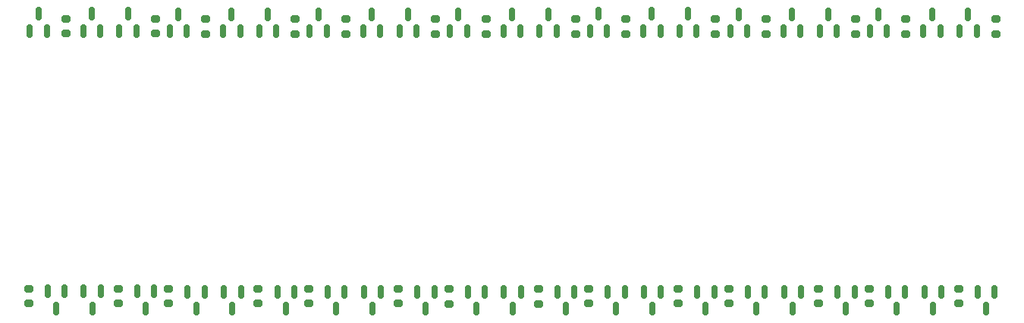
<source format=gbp>
G04 #@! TF.GenerationSoftware,KiCad,Pcbnew,8.0.6-8.0.6-0~ubuntu20.04.1*
G04 #@! TF.CreationDate,2024-11-10T22:02:34+01:00*
G04 #@! TF.ProjectId,home_auto,686f6d65-5f61-4757-946f-2e6b69636164,rev?*
G04 #@! TF.SameCoordinates,Original*
G04 #@! TF.FileFunction,Paste,Bot*
G04 #@! TF.FilePolarity,Positive*
%FSLAX46Y46*%
G04 Gerber Fmt 4.6, Leading zero omitted, Abs format (unit mm)*
G04 Created by KiCad (PCBNEW 8.0.6-8.0.6-0~ubuntu20.04.1) date 2024-11-10 22:02:34*
%MOMM*%
%LPD*%
G01*
G04 APERTURE LIST*
G04 Aperture macros list*
%AMRoundRect*
0 Rectangle with rounded corners*
0 $1 Rounding radius*
0 $2 $3 $4 $5 $6 $7 $8 $9 X,Y pos of 4 corners*
0 Add a 4 corners polygon primitive as box body*
4,1,4,$2,$3,$4,$5,$6,$7,$8,$9,$2,$3,0*
0 Add four circle primitives for the rounded corners*
1,1,$1+$1,$2,$3*
1,1,$1+$1,$4,$5*
1,1,$1+$1,$6,$7*
1,1,$1+$1,$8,$9*
0 Add four rect primitives between the rounded corners*
20,1,$1+$1,$2,$3,$4,$5,0*
20,1,$1+$1,$4,$5,$6,$7,0*
20,1,$1+$1,$6,$7,$8,$9,0*
20,1,$1+$1,$8,$9,$2,$3,0*%
G04 Aperture macros list end*
%ADD10RoundRect,0.150000X-0.150000X0.587500X-0.150000X-0.587500X0.150000X-0.587500X0.150000X0.587500X0*%
%ADD11RoundRect,0.200000X0.275000X-0.200000X0.275000X0.200000X-0.275000X0.200000X-0.275000X-0.200000X0*%
%ADD12RoundRect,0.150000X0.150000X-0.587500X0.150000X0.587500X-0.150000X0.587500X-0.150000X-0.587500X0*%
%ADD13RoundRect,0.200000X-0.275000X0.200000X-0.275000X-0.200000X0.275000X-0.200000X0.275000X0.200000X0*%
G04 APERTURE END LIST*
D10*
X208938750Y-113247500D03*
X209888750Y-111372500D03*
X207988750Y-111372500D03*
X228627500Y-113247500D03*
X229577500Y-111372500D03*
X227677500Y-111372500D03*
D11*
X153361250Y-111005000D03*
X153361250Y-112655000D03*
X190250000Y-111055000D03*
X190250000Y-112705000D03*
X237175000Y-111037500D03*
X237175000Y-112687500D03*
D10*
X150467500Y-113207500D03*
X151417500Y-111332500D03*
X149517500Y-111332500D03*
X166097500Y-113237500D03*
X167047500Y-111362500D03*
X165147500Y-111362500D03*
X218940000Y-113247500D03*
X219890000Y-111372500D03*
X217990000Y-111372500D03*
D11*
X168991250Y-111035000D03*
X168991250Y-112685000D03*
D12*
X233558750Y-82230000D03*
X231658750Y-82230000D03*
X232608750Y-80355000D03*
D13*
X220040000Y-80905000D03*
X220040000Y-82555000D03*
D10*
X203320000Y-113257500D03*
X204270000Y-111382500D03*
X202370000Y-111382500D03*
D13*
X147511250Y-80897500D03*
X147511250Y-82547500D03*
D11*
X205870000Y-111045000D03*
X205870000Y-112695000D03*
D12*
X155393750Y-82220000D03*
X153493750Y-82220000D03*
X154443750Y-80345000D03*
D10*
X146428750Y-113207500D03*
X147378750Y-111332500D03*
X145478750Y-111332500D03*
D12*
X145392500Y-82220000D03*
X143492500Y-82220000D03*
X144442500Y-80345000D03*
X248223750Y-80385000D03*
X247273750Y-82260000D03*
X249173750Y-82260000D03*
X198250000Y-82230000D03*
X196350000Y-82230000D03*
X197300000Y-80355000D03*
D11*
X184621250Y-111035000D03*
X184621250Y-112685000D03*
D10*
X197357500Y-113257500D03*
X198307500Y-111382500D03*
X196407500Y-111382500D03*
D11*
X231521250Y-111045000D03*
X231521250Y-112695000D03*
D12*
X229520000Y-82230000D03*
X227620000Y-82230000D03*
X228570000Y-80355000D03*
X223557500Y-82230000D03*
X221657500Y-82230000D03*
X222607500Y-80355000D03*
D13*
X210038750Y-80905000D03*
X210038750Y-82555000D03*
X225676250Y-80907500D03*
X225676250Y-82557500D03*
X194406250Y-80907500D03*
X194406250Y-82557500D03*
D11*
X174620000Y-111035000D03*
X174620000Y-112685000D03*
X247176250Y-111037500D03*
X247176250Y-112687500D03*
D10*
X212977500Y-113247500D03*
X213927500Y-111372500D03*
X212027500Y-111372500D03*
D13*
X204407500Y-80907500D03*
X204407500Y-82557500D03*
D12*
X182605000Y-82230000D03*
X180705000Y-82230000D03*
X181655000Y-80355000D03*
D10*
X234590000Y-113247500D03*
X235540000Y-111372500D03*
X233640000Y-111372500D03*
X244282500Y-113240000D03*
X245232500Y-111365000D03*
X243332500Y-111365000D03*
D13*
X241291250Y-82587500D03*
X241291250Y-80937500D03*
D12*
X151355000Y-82220000D03*
X149455000Y-82220000D03*
X150405000Y-80345000D03*
D11*
X221520000Y-111045000D03*
X221520000Y-112695000D03*
D10*
X187690000Y-113237500D03*
X188640000Y-111362500D03*
X186740000Y-111362500D03*
X193318750Y-113257500D03*
X194268750Y-111382500D03*
X192368750Y-111382500D03*
X181727500Y-113237500D03*
X182677500Y-111362500D03*
X180777500Y-111362500D03*
X224588750Y-113247500D03*
X225538750Y-111372500D03*
X223638750Y-111372500D03*
D13*
X157512500Y-80897500D03*
X157512500Y-82547500D03*
D12*
X161012500Y-82230000D03*
X159112500Y-82230000D03*
X160062500Y-80355000D03*
D10*
X240243750Y-113240000D03*
X241193750Y-111365000D03*
X239293750Y-111365000D03*
D12*
X244185000Y-80385000D03*
X243235000Y-82260000D03*
X245135000Y-82260000D03*
D11*
X143360000Y-111005000D03*
X143360000Y-112655000D03*
D10*
X177688750Y-113237500D03*
X178638750Y-111362500D03*
X176738750Y-111362500D03*
D13*
X178761250Y-80907500D03*
X178761250Y-82557500D03*
D12*
X171013750Y-82230000D03*
X169113750Y-82230000D03*
X170063750Y-80355000D03*
D13*
X173132500Y-80907500D03*
X173132500Y-82557500D03*
D11*
X200251250Y-111055000D03*
X200251250Y-112705000D03*
D10*
X156430000Y-113207500D03*
X157380000Y-111332500D03*
X155480000Y-111332500D03*
D12*
X213882500Y-82227500D03*
X211982500Y-82227500D03*
X212932500Y-80352500D03*
D11*
X215871250Y-111045000D03*
X215871250Y-112695000D03*
D12*
X202288750Y-82230000D03*
X200388750Y-82230000D03*
X201338750Y-80355000D03*
D10*
X172060000Y-113237500D03*
X173010000Y-111362500D03*
X171110000Y-111362500D03*
X250245000Y-113240000D03*
X251195000Y-111365000D03*
X249295000Y-111365000D03*
D12*
X186643750Y-82230000D03*
X184743750Y-82230000D03*
X185693750Y-80355000D03*
X176642500Y-82230000D03*
X174742500Y-82230000D03*
X175692500Y-80355000D03*
X207920000Y-82227500D03*
X206020000Y-82227500D03*
X206970000Y-80352500D03*
X217921250Y-82227500D03*
X216021250Y-82227500D03*
X216971250Y-80352500D03*
D13*
X251292500Y-82587500D03*
X251292500Y-80937500D03*
D11*
X158990000Y-111035000D03*
X158990000Y-112685000D03*
D13*
X188762500Y-80907500D03*
X188762500Y-82557500D03*
D12*
X166975000Y-82230000D03*
X165075000Y-82230000D03*
X166025000Y-80355000D03*
X192287500Y-82230000D03*
X190387500Y-82230000D03*
X191337500Y-80355000D03*
X238222500Y-80385000D03*
X237272500Y-82260000D03*
X239172500Y-82260000D03*
D13*
X163131250Y-80907500D03*
X163131250Y-82557500D03*
X235677500Y-80907500D03*
X235677500Y-82557500D03*
D10*
X162058750Y-113237500D03*
X163008750Y-111362500D03*
X161108750Y-111362500D03*
M02*

</source>
